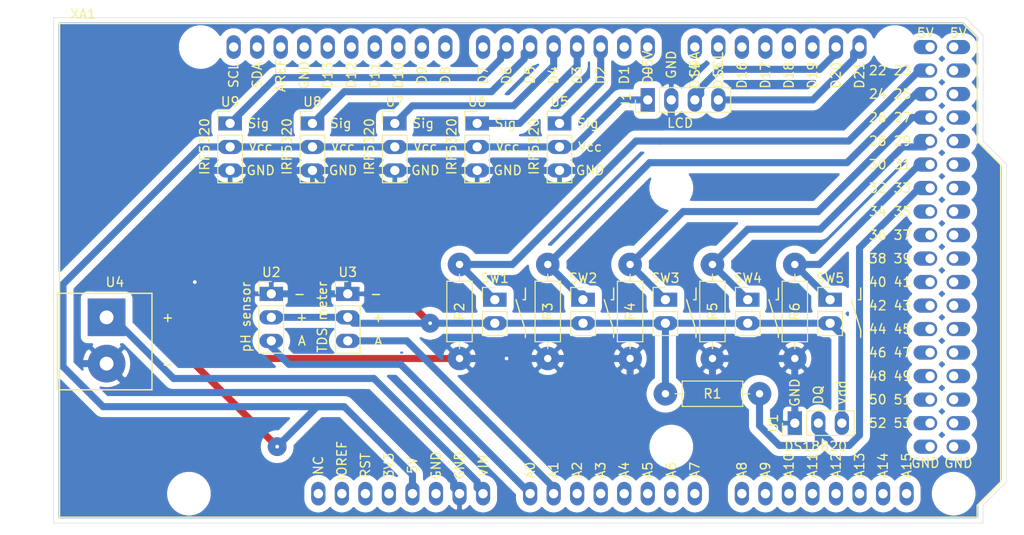
<source format=kicad_pcb>
(kicad_pcb (version 20171130) (host pcbnew 5.1.9-73d0e3b20d~88~ubuntu20.04.1)
  (layers (0 F.Cu signal) (31 B.Cu signal) (34 B.Paste user) (35 F.Paste user) (36 B.SilkS user) (37 F.SilkS user) (38 B.Mask user) (39 F.Mask user) (44 Edge.Cuts user))
  (net 0 "")
  (net 1 "Net-(XA1-Pad99)")
  (net 2 "Net-(XA1-Pad81)")
  (net 3 "Net-(XA1-Pad19)")
  (net 4 "Net-(XA1-Pad20)")
  (net 5 "Net-(XA1-Pad21)")
  (net 6 "Net-(XA1-Pad22)")
  (net 7 "Net-(XA1-Pad35)")
  (net 8 "Net-(XA1-Pad36)")
  (net 9 "Net-(XA1-Pad37)")
  (net 10 "Net-(XA1-Pad38)")
  (net 11 "Net-(XA1-Pad39)")
  (net 12 "Net-(XA1-Pad40)")
  (net 13 "Net-(XA1-Pad41)")
  (net 14 "Net-(XA1-Pad42)")
  (net 15 "Net-(XA1-Pad51)")
  (net 16 "Net-(XA1-Pad52)")
  (net 17 "Net-(XA1-Pad70)")
  (net 18 "Net-(XA1-Pad50)")
  (net 19 "Net-(XA1-Pad53)")
  (net 20 "Net-(XA1-Pad54)")
  (net 21 "Net-(XA1-Pad55)")
  (net 22 "Net-(XA1-Pad56)")
  (net 23 "Net-(XA1-Pad57)")
  (net 24 "Net-(XA1-Pad59)")
  (net 25 "Net-(XA1-Pad71)")
  (net 26 "Net-(XA1-Pad73)")
  (net 27 "Net-(XA1-Pad75)")
  (net 28 "Net-(XA1-Pad77)")
  (net 29 "Net-(XA1-Pad61)")
  (net 30 "Net-(XA1-Pad31)")
  (net 31 "Net-(XA1-Pad82)")
  (net 32 "Net-(XA1-Pad83)")
  (net 33 "Net-(XA1-Pad84)")
  (net 34 "Net-(XA1-Pad85)")
  (net 35 "Net-(XA1-Pad86)")
  (net 36 "Net-(XA1-Pad87)")
  (net 37 "Net-(XA1-Pad88)")
  (net 38 "Net-(XA1-Pad89)")
  (net 39 "Net-(XA1-Pad90)")
  (net 40 "Net-(XA1-Pad91)")
  (net 41 "Net-(XA1-Pad92)")
  (net 42 "Net-(XA1-Pad93)")
  (net 43 "Net-(XA1-Pad94)")
  (net 44 "Net-(XA1-Pad95)")
  (net 45 "Net-(XA1-Pad24)")
  (net 46 "Net-(XA1-Pad25)")
  (net 47 "Net-(XA1-Pad26)")
  (net 48 "Net-(XA1-Pad98)")
  (net 49 "Net-(XA1-PadSDA)")
  (net 50 "Net-(XA1-PadSCL)")
  (net 51 "Net-(XA1-Pad23)")
  (net 52 "Net-(XA1-Pad18)")
  (net 53 "Net-(XA1-Pad17)")
  (net 54 "Net-(XA1-Pad11)")
  (net 55 "Net-(XA1-Pad16)")
  (net 56 "Net-(XA1-Pad3)")
  (net 57 "Net-(XA1-Pad2)")
  (net 58 "Net-(XA1-Pad64)")
  (net 59 "Net-(XA1-Pad63)")
  (net 60 "Net-(XA1-Pad13)")
  (net 61 "Net-(XA1-Pad12)")
  (net 62 "Net-(XA1-Pad46)")
  (net 63 "Net-(XA1-Pad45)")
  (net 64 "Net-(XA1-PadIORF)")
  (net 65 "Net-(XA1-Pad30)")
  (net 66 "Net-(XA1-Pad3V3)")
  (net 67 "Net-(XA1-Pad32)")
  (net 68 "Net-(J1-Pad7)")
  (net 69 "Net-(J1-Pad5)")
  (net 70 GND)
  (net 71 +5V)
  (net 72 "Net-(R1-Pad2)")
  (net 73 "Net-(R2-Pad2)")
  (net 74 "Net-(R3-Pad2)")
  (net 75 "Net-(R4-Pad2)")
  (net 76 "Net-(R5-Pad2)")
  (net 77 "Net-(R6-Pad2)")
  (net 78 +6V)
  (net 79 "Net-(U5-Pad1)")
  (net 80 "Net-(U6-Pad1)")
  (net 81 "Net-(U7-Pad1)")
  (net 82 "Net-(U8-Pad1)")
  (net 83 "Net-(U9-Pad1)")
  (net 84 "Net-(U2-Pad3)")
  (net 85 "Net-(U3-Pad3)")
  (module My_Headers:3-pin_DFRobot_Gravity_TDS-meter_header_large (layer F.Cu) (at 131.445 100.33)
    (fp_text reference U3 (at 0 -2.33) (layer F.SilkS))
    (fp_text value "TDS meter" hide)
    (fp_text user "TDS meter" (at -2.75 2.5 90) (layer F.SilkS))
    (fp_text user A (at 3.302 5.08) (layer F.SilkS))
    (fp_text user + (at 3.302 2.54) (layer F.SilkS))
    (fp_text user - (at 3.048 0) (layer F.SilkS))
    (pad 3 thru_hole oval (at 0 5.08) (size 2.54 1.524) (drill 1) (layers *.Cu *.Mask) (net 85 "Net-(U3-Pad3)"))
    (pad 2 thru_hole oval (at 0 2.54) (size 2.54 1.524) (drill 1) (layers *.Cu *.Mask) (net 71 +5V))
    (pad 1 thru_hole rect (at 0 0) (size 2.54 1.524) (drill 1) (layers *.Cu *.Mask) (net 70 GND))
  )
  (module My_Headers:3-pin_DFRobot_Gravity_pH-sensor_header_large (layer F.Cu) (at 123.19 100.33)
    (fp_text reference U2 (at 0 -2.33) (layer F.SilkS))
    (fp_text value "pH sensor" hide)
    (fp_text user "pH sensor" (at -2.75 2.5 90) (layer F.SilkS))
    (fp_text user A (at 3.302 5.08) (layer F.SilkS))
    (fp_text user + (at 3.302 2.54) (layer F.SilkS))
    (fp_text user - (at 3.048 0) (layer F.SilkS))
    (pad 3 thru_hole oval (at 0 5.08) (size 2.54 1.524) (drill 1) (layers *.Cu *.Mask) (net 84 "Net-(U2-Pad3)"))
    (pad 2 thru_hole oval (at 0 2.54) (size 2.54 1.524) (drill 1) (layers *.Cu *.Mask) (net 71 +5V))
    (pad 1 thru_hole rect (at 0 0) (size 2.54 1.524) (drill 1) (layers *.Cu *.Mask) (net 70 GND))
  )
  (module My_Arduino:Arduino_Mega2560_Shield__no_ICSP_large (layer F.Cu) (at 100.33 124.46)
    (fp_text reference XA1 (at 2.54 -54.356) (layer F.SilkS))
    (fp_text value Arduino_Mega2560)
    (fp_text user NC (at 27.94 -5.588 90) (layer F.SilkS))
    (fp_text user GND (at 97.028 -5.842) (layer F.SilkS))
    (fp_text user GND (at 93.472 -5.842) (layer F.SilkS))
    (fp_text user "52 53" (at 89.662 -10.16) (layer F.SilkS))
    (fp_text user "50 51" (at 89.662 -12.7) (layer F.SilkS))
    (fp_text user "48 49" (at 89.662 -15.24) (layer F.SilkS))
    (fp_text user "46 47" (at 89.662 -17.78) (layer F.SilkS))
    (fp_text user "44 45" (at 89.662 -20.32) (layer F.SilkS))
    (fp_text user "42 43" (at 89.662 -22.86) (layer F.SilkS))
    (fp_text user "40 41" (at 89.662 -25.4) (layer F.SilkS))
    (fp_text user "38 39" (at 89.662 -27.94) (layer F.SilkS))
    (fp_text user "36 37" (at 89.662 -30.48) (layer F.SilkS))
    (fp_text user "34 35" (at 89.662 -33.02) (layer F.SilkS))
    (fp_text user "32 33" (at 89.662 -35.56) (layer F.SilkS))
    (fp_text user "30 31" (at 89.662 -38.1) (layer F.SilkS))
    (fp_text user "28 29" (at 89.662 -40.64) (layer F.SilkS))
    (fp_text user "26 27" (at 89.662 -43.18) (layer F.SilkS))
    (fp_text user "24 25" (at 89.662 -45.72) (layer F.SilkS))
    (fp_text user "22 23" (at 89.662 -48.26) (layer F.SilkS))
    (fp_text user 5V (at 97.028 -52.324) (layer F.SilkS))
    (fp_text user 5V (at 93.472 -52.324) (layer F.SilkS))
    (fp_text user IOREF (at 30.48 -6.096 90) (layer F.SilkS))
    (fp_text user A0 (at 50.8 -5.08 90) (layer F.SilkS))
    (fp_text user 3V3 (at 35.56 -5.588 90) (layer F.SilkS))
    (fp_text user GND (at 43.18 -5.588 90) (layer F.SilkS))
    (fp_text user GND (at 40.64 -5.588 90) (layer F.SilkS))
    (fp_text user VIN (at 45.72 -5.588 90) (layer F.SilkS))
    (fp_text user A1 (at 53.34 -5.08 90) (layer F.SilkS))
    (fp_text user 5V (at 38.1 -5.588 90) (layer F.SilkS))
    (fp_text user A7 (at 68.58 -5.08 90) (layer F.SilkS))
    (fp_text user A8 (at 73.66 -5.08 90) (layer F.SilkS))
    (fp_text user A9 (at 76.2 -5.08 90) (layer F.SilkS))
    (fp_text user RST (at 33.02 -5.588 90) (layer F.SilkS))
    (fp_text user A5 (at 63.5 -5.08 90) (layer F.SilkS))
    (fp_text user A4 (at 60.96 -5.08 90) (layer F.SilkS))
    (fp_text user A2 (at 55.88 -5.08 90) (layer F.SilkS))
    (fp_text user A11 (at 81.28 -5.588 90) (layer F.SilkS))
    (fp_text user A14 (at 88.9 -5.588 90) (layer F.SilkS))
    (fp_text user A15 (at 91.44 -5.588 90) (layer F.SilkS))
    (fp_text user A6 (at 66.04 -5.08 90) (layer F.SilkS))
    (fp_text user A12 (at 83.82 -5.588 90) (layer F.SilkS))
    (fp_text user A13 (at 86.36 -5.588 90) (layer F.SilkS))
    (fp_text user A3 (at 58.42 -5.08 90) (layer F.SilkS))
    (fp_text user A10 (at 78.74 -5.588 90) (layer F.SilkS))
    (fp_text user D21 (at 86.36 -47.752 90) (layer F.SilkS))
    (fp_text user D20 (at 83.82 -47.752 90) (layer F.SilkS))
    (fp_text user D19 (at 81.28 -47.752 90) (layer F.SilkS))
    (fp_text user D18 (at 78.74 -47.752 90) (layer F.SilkS))
    (fp_text user D17 (at 76.2 -47.752 90) (layer F.SilkS))
    (fp_text user D16 (at 73.66 -47.752 90) (layer F.SilkS))
    (fp_text user D15 (at 71.12 -47.752 90) (layer F.SilkS))
    (fp_text user D14 (at 68.58 -47.752 90) (layer F.SilkS))
    (fp_text user D0 (at 63.5 -47.752 90) (layer F.SilkS))
    (fp_text user D1 (at 60.96 -47.752 90) (layer F.SilkS))
    (fp_text user D2 (at 58.42 -47.752 90) (layer F.SilkS))
    (fp_text user D3 (at 55.88 -47.752 90) (layer F.SilkS))
    (fp_text user D4 (at 53.34 -47.752 90) (layer F.SilkS))
    (fp_text user D5 (at 50.8 -47.752 90) (layer F.SilkS))
    (fp_text user D6 (at 48.26 -47.752 90) (layer F.SilkS))
    (fp_text user D7 (at 45.72 -47.752 90) (layer F.SilkS))
    (fp_text user D8 (at 41.656 -47.752 90) (layer F.SilkS))
    (fp_text user D9 (at 39.116 -47.752 90) (layer F.SilkS))
    (fp_text user D10 (at 36.576 -47.752 90) (layer F.SilkS))
    (fp_text user D11 (at 34.036 -47.752 90) (layer F.SilkS))
    (fp_text user D12 (at 31.496 -47.752 90) (layer F.SilkS))
    (fp_text user D13 (at 28.956 -47.752 90) (layer F.SilkS))
    (fp_text user GND (at 26.416 -47.752 90) (layer F.SilkS))
    (fp_text user AREF (at 23.876 -47.752 90) (layer F.SilkS))
    (fp_text user SDA (at 21.336 -47.752 90) (layer F.SilkS))
    (fp_text user SCL (at 18.796 -47.752 90) (layer F.SilkS))
    (pad 99 thru_hole oval (at 96.52 -7.62) (size 2.54 1.524) (drill 1.016 (offset 0.508 0)) (layers *.Cu *.Mask) (net 1 "Net-(XA1-Pad99)"))
    (pad 81 thru_hole oval (at 93.98 -7.62) (size 2.54 1.524) (drill 1.016 (offset -0.508 0)) (layers *.Cu *.Mask) (net 2 "Net-(XA1-Pad81)"))
    (pad 19 thru_hole oval (at 96.52 -10.16) (size 2.54 1.524) (drill 1.016 (offset 0.508 0)) (layers *.Cu *.Mask) (net 3 "Net-(XA1-Pad19)"))
    (pad 20 thru_hole oval (at 93.98 -10.16) (size 2.54 1.524) (drill 1.016 (offset -0.508 0)) (layers *.Cu *.Mask) (net 4 "Net-(XA1-Pad20)"))
    (pad 21 thru_hole oval (at 96.52 -12.7) (size 2.54 1.524) (drill 1.016 (offset 0.508 0)) (layers *.Cu *.Mask) (net 5 "Net-(XA1-Pad21)"))
    (pad 22 thru_hole oval (at 93.98 -12.7) (size 2.54 1.524) (drill 1.016 (offset -0.508 0)) (layers *.Cu *.Mask) (net 6 "Net-(XA1-Pad22)"))
    (pad 35 thru_hole oval (at 96.52 -15.24) (size 2.54 1.524) (drill 1.016 (offset 0.508 0)) (layers *.Cu *.Mask) (net 7 "Net-(XA1-Pad35)"))
    (pad 36 thru_hole oval (at 93.98 -15.24) (size 2.54 1.524) (drill 1.016 (offset -0.508 0)) (layers *.Cu *.Mask) (net 8 "Net-(XA1-Pad36)"))
    (pad 37 thru_hole oval (at 96.52 -17.78) (size 2.54 1.524) (drill 1.016 (offset 0.508 0)) (layers *.Cu *.Mask) (net 9 "Net-(XA1-Pad37)"))
    (pad 38 thru_hole oval (at 93.98 -17.78) (size 2.54 1.524) (drill 1.016 (offset -0.508 0)) (layers *.Cu *.Mask) (net 10 "Net-(XA1-Pad38)"))
    (pad 39 thru_hole oval (at 96.52 -20.32) (size 2.54 1.524) (drill 1.016 (offset 0.508 0)) (layers *.Cu *.Mask) (net 11 "Net-(XA1-Pad39)"))
    (pad 40 thru_hole oval (at 93.98 -20.32) (size 2.54 1.524) (drill 1.016 (offset -0.508 0)) (layers *.Cu *.Mask) (net 12 "Net-(XA1-Pad40)"))
    (pad 41 thru_hole oval (at 96.52 -22.86) (size 2.54 1.524) (drill 1.016 (offset 0.508 0)) (layers *.Cu *.Mask) (net 13 "Net-(XA1-Pad41)"))
    (pad 42 thru_hole oval (at 93.98 -22.86) (size 2.54 1.524) (drill 1.016 (offset -0.508 0)) (layers *.Cu *.Mask) (net 14 "Net-(XA1-Pad42)"))
    (pad 51 thru_hole oval (at 96.52 -25.4) (size 2.54 1.524) (drill 1.016 (offset 0.508 0)) (layers *.Cu *.Mask) (net 15 "Net-(XA1-Pad51)"))
    (pad 52 thru_hole oval (at 93.98 -25.4) (size 2.54 1.524) (drill 1.016 (offset -0.508 0)) (layers *.Cu *.Mask) (net 16 "Net-(XA1-Pad52)"))
    (pad 70 thru_hole oval (at 96.52 -27.94) (size 2.54 1.524) (drill 1.016 (offset 0.508 0)) (layers *.Cu *.Mask) (net 17 "Net-(XA1-Pad70)"))
    (pad 50 thru_hole oval (at 93.98 -27.94) (size 2.54 1.524) (drill 1.016 (offset -0.508 0)) (layers *.Cu *.Mask) (net 18 "Net-(XA1-Pad50)"))
    (pad 53 thru_hole oval (at 96.52 -30.48) (size 2.54 1.524) (drill 1.016 (offset 0.508 0)) (layers *.Cu *.Mask) (net 19 "Net-(XA1-Pad53)"))
    (pad 54 thru_hole oval (at 93.98 -30.48) (size 2.54 1.524) (drill 1.016 (offset -0.508 0)) (layers *.Cu *.Mask) (net 20 "Net-(XA1-Pad54)"))
    (pad 55 thru_hole oval (at 96.52 -33.02) (size 2.54 1.524) (drill 1.016 (offset 0.508 0)) (layers *.Cu *.Mask) (net 21 "Net-(XA1-Pad55)"))
    (pad 56 thru_hole oval (at 93.98 -33.02) (size 2.54 1.524) (drill 1.016 (offset -0.508 0)) (layers *.Cu *.Mask) (net 22 "Net-(XA1-Pad56)"))
    (pad 57 thru_hole oval (at 96.52 -35.56) (size 2.54 1.524) (drill 1.016 (offset 0.508 0)) (layers *.Cu *.Mask) (net 23 "Net-(XA1-Pad57)"))
    (pad 58 thru_hole oval (at 93.98 -35.56) (size 2.54 1.524) (drill 1.016 (offset -0.508 0)) (layers *.Cu *.Mask) (net 72 "Net-(R1-Pad2)"))
    (pad 59 thru_hole oval (at 96.52 -38.1) (size 2.54 1.524) (drill 1.016 (offset 0.508 0)) (layers *.Cu *.Mask) (net 24 "Net-(XA1-Pad59)"))
    (pad 60 thru_hole oval (at 93.98 -38.1) (size 2.54 1.524) (drill 1.016 (offset -0.508 0)) (layers *.Cu *.Mask) (net 77 "Net-(R6-Pad2)"))
    (pad 71 thru_hole oval (at 96.52 -40.64) (size 2.54 1.524) (drill 1.016 (offset 0.508 0)) (layers *.Cu *.Mask) (net 25 "Net-(XA1-Pad71)"))
    (pad 72 thru_hole oval (at 93.98 -40.64) (size 2.54 1.524) (drill 1.016 (offset -0.508 0)) (layers *.Cu *.Mask) (net 76 "Net-(R5-Pad2)"))
    (pad 73 thru_hole oval (at 96.52 -43.18) (size 2.54 1.524) (drill 1.016 (offset 0.508 0)) (layers *.Cu *.Mask) (net 26 "Net-(XA1-Pad73)"))
    (pad 74 thru_hole oval (at 93.98 -43.18) (size 2.54 1.524) (drill 1.016 (offset -0.508 0)) (layers *.Cu *.Mask) (net 75 "Net-(R4-Pad2)"))
    (pad 75 thru_hole oval (at 96.52 -45.72) (size 2.54 1.524) (drill 1.016 (offset 0.508 0)) (layers *.Cu *.Mask) (net 27 "Net-(XA1-Pad75)"))
    (pad 76 thru_hole oval (at 93.98 -45.72) (size 2.54 1.524) (drill 1.016 (offset -0.508 0)) (layers *.Cu *.Mask) (net 74 "Net-(R3-Pad2)"))
    (pad 77 thru_hole oval (at 96.52 -48.26) (size 2.54 1.524) (drill 1.016 (offset 0.508 0)) (layers *.Cu *.Mask) (net 28 "Net-(XA1-Pad77)"))
    (pad 78 thru_hole oval (at 93.98 -48.26) (size 2.54 1.524) (drill 1.016 (offset -0.508 0)) (layers *.Cu *.Mask) (net 73 "Net-(R2-Pad2)"))
    (pad 61 thru_hole oval (at 96.52 -50.8) (size 2.54 1.524) (drill 1.016 (offset 0.508 0)) (layers *.Cu *.Mask) (net 29 "Net-(XA1-Pad61)"))
    (pad 31 thru_hole oval (at 93.98 -50.8) (size 2.54 1.524) (drill 1.016 (offset -0.508 0)) (layers *.Cu *.Mask) (net 30 "Net-(XA1-Pad31)"))
    (pad 82 thru_hole oval (at 91.44 -2.54) (size 1.524 2.54) (drill 1.016) (layers *.Cu *.Mask) (net 31 "Net-(XA1-Pad82)"))
    (pad 83 thru_hole oval (at 88.9 -2.54) (size 1.524 2.54) (drill 1.016) (layers *.Cu *.Mask) (net 32 "Net-(XA1-Pad83)"))
    (pad 84 thru_hole oval (at 86.36 -2.54) (size 1.524 2.54) (drill 1.016) (layers *.Cu *.Mask) (net 33 "Net-(XA1-Pad84)"))
    (pad 85 thru_hole oval (at 83.82 -2.54) (size 1.524 2.54) (drill 1.016) (layers *.Cu *.Mask) (net 34 "Net-(XA1-Pad85)"))
    (pad 86 thru_hole oval (at 81.28 -2.54) (size 1.524 2.54) (drill 1.016) (layers *.Cu *.Mask) (net 35 "Net-(XA1-Pad86)"))
    (pad 87 thru_hole oval (at 78.74 -2.54) (size 1.524 2.54) (drill 1.016) (layers *.Cu *.Mask) (net 36 "Net-(XA1-Pad87)"))
    (pad 88 thru_hole oval (at 76.2 -2.54) (size 1.524 2.54) (drill 1.016) (layers *.Cu *.Mask) (net 37 "Net-(XA1-Pad88)"))
    (pad 89 thru_hole oval (at 73.66 -2.54) (size 1.524 2.54) (drill 1.016) (layers *.Cu *.Mask) (net 38 "Net-(XA1-Pad89)"))
    (pad 90 thru_hole oval (at 68.58 -2.54) (size 1.524 2.54) (drill 1.016) (layers *.Cu *.Mask) (net 39 "Net-(XA1-Pad90)"))
    (pad 91 thru_hole oval (at 66.04 -2.54) (size 1.524 2.54) (drill 1.016) (layers *.Cu *.Mask) (net 40 "Net-(XA1-Pad91)"))
    (pad 92 thru_hole oval (at 63.5 -2.54) (size 1.524 2.54) (drill 1.016) (layers *.Cu *.Mask) (net 41 "Net-(XA1-Pad92)"))
    (pad 93 thru_hole oval (at 60.96 -2.54) (size 1.524 2.54) (drill 1.016) (layers *.Cu *.Mask) (net 42 "Net-(XA1-Pad93)"))
    (pad 94 thru_hole oval (at 58.42 -2.54) (size 1.524 2.54) (drill 1.016) (layers *.Cu *.Mask) (net 43 "Net-(XA1-Pad94)"))
    (pad 95 thru_hole oval (at 55.88 -2.54) (size 1.524 2.54) (drill 1.016) (layers *.Cu *.Mask) (net 44 "Net-(XA1-Pad95)"))
    (pad 96 thru_hole oval (at 53.34 -2.54) (size 1.524 2.54) (drill 1.016) (layers *.Cu *.Mask) (net 85 "Net-(U3-Pad3)"))
    (pad NC thru_hole oval (at 27.94 -2.54) (size 1.524 2.54) (drill 1.016) (layers *.Cu *.Mask))
    (pad 24 thru_hole oval (at 34.036 -50.8) (size 1.524 2.54) (drill 1.016) (layers *.Cu *.Mask) (net 45 "Net-(XA1-Pad24)"))
    (pad 25 thru_hole oval (at 31.496 -50.8) (size 1.524 2.54) (drill 1.016) (layers *.Cu *.Mask) (net 46 "Net-(XA1-Pad25)"))
    (pad 26 thru_hole oval (at 28.956 -50.8) (size 1.524 2.54) (drill 1.016) (layers *.Cu *.Mask) (net 47 "Net-(XA1-Pad26)"))
    (pad 98 thru_hole oval (at 23.876 -50.8) (size 1.524 2.54) (drill 1.016) (layers *.Cu *.Mask) (net 48 "Net-(XA1-Pad98)"))
    (pad SDA thru_hole oval (at 21.336 -50.8) (size 1.524 2.54) (drill 1.016) (layers *.Cu *.Mask) (net 49 "Net-(XA1-PadSDA)"))
    (pad SCL thru_hole oval (at 18.796 -50.8) (size 1.524 2.54) (drill 1.016) (layers *.Cu *.Mask) (net 50 "Net-(XA1-PadSCL)"))
    (pad "" np_thru_hole circle (at 13.97 -2.54) (size 3.2 3.2) (drill 3.2) (layers *.Cu *.Mask))
    (pad "" np_thru_hole circle (at 96.52 -2.54) (size 3.2 3.2) (drill 3.2) (layers *.Cu *.Mask))
    (pad "" np_thru_hole circle (at 15.24 -50.8) (size 3.2 3.2) (drill 3.2) (layers *.Cu *.Mask))
    (pad "" np_thru_hole circle (at 90.17 -50.8) (size 3.2 3.2) (drill 3.2) (layers *.Cu *.Mask))
    (pad "" np_thru_hole circle (at 66.04 -35.56) (size 3.2 3.2) (drill 3.2) (layers *.Cu *.Mask))
    (pad "" np_thru_hole circle (at 66.04 -7.62) (size 3.2 3.2) (drill 3.2) (layers *.Cu *.Mask))
    (pad 23 thru_hole oval (at 36.576 -50.8) (size 1.524 2.54) (drill 1.016) (layers *.Cu *.Mask) (net 51 "Net-(XA1-Pad23)"))
    (pad 18 thru_hole oval (at 39.116 -50.8) (size 1.524 2.54) (drill 1.016) (layers *.Cu *.Mask) (net 52 "Net-(XA1-Pad18)"))
    (pad 17 thru_hole oval (at 41.656 -50.8) (size 1.524 2.54) (drill 1.016) (layers *.Cu *.Mask) (net 53 "Net-(XA1-Pad17)"))
    (pad 11 thru_hole oval (at 26.416 -50.8) (size 1.524 2.54) (drill 1.016) (layers *.Cu *.Mask) (net 54 "Net-(XA1-Pad11)"))
    (pad 16 thru_hole oval (at 45.72 -50.8) (size 1.524 2.54) (drill 1.016) (layers *.Cu *.Mask) (net 55 "Net-(XA1-Pad16)"))
    (pad 15 thru_hole oval (at 48.26 -50.8) (size 1.524 2.54) (drill 1.016) (layers *.Cu *.Mask) (net 83 "Net-(U9-Pad1)"))
    (pad 5 thru_hole oval (at 50.8 -50.8) (size 1.524 2.54) (drill 1.016) (layers *.Cu *.Mask) (net 82 "Net-(U8-Pad1)"))
    (pad 1 thru_hole oval (at 53.34 -50.8) (size 1.524 2.54) (drill 1.016) (layers *.Cu *.Mask) (net 81 "Net-(U7-Pad1)"))
    (pad 7 thru_hole oval (at 55.88 -50.8) (size 1.524 2.54) (drill 1.016) (layers *.Cu *.Mask) (net 80 "Net-(U6-Pad1)"))
    (pad 6 thru_hole oval (at 58.42 -50.8) (size 1.524 2.54) (drill 1.016) (layers *.Cu *.Mask) (net 79 "Net-(U5-Pad1)"))
    (pad 3 thru_hole oval (at 60.96 -50.8) (size 1.524 2.54) (drill 1.016) (layers *.Cu *.Mask) (net 56 "Net-(XA1-Pad3)"))
    (pad 2 thru_hole oval (at 63.5 -50.8) (size 1.524 2.54) (drill 1.016) (layers *.Cu *.Mask) (net 57 "Net-(XA1-Pad2)"))
    (pad 64 thru_hole oval (at 68.58 -50.8) (size 1.524 2.54) (drill 1.016) (layers *.Cu *.Mask) (net 58 "Net-(XA1-Pad64)"))
    (pad 63 thru_hole oval (at 71.12 -50.8) (size 1.524 2.54) (drill 1.016) (layers *.Cu *.Mask) (net 59 "Net-(XA1-Pad63)"))
    (pad 13 thru_hole oval (at 73.66 -50.8) (size 1.524 2.54) (drill 1.016) (layers *.Cu *.Mask) (net 60 "Net-(XA1-Pad13)"))
    (pad 12 thru_hole oval (at 76.2 -50.8) (size 1.524 2.54) (drill 1.016) (layers *.Cu *.Mask) (net 61 "Net-(XA1-Pad12)"))
    (pad 46 thru_hole oval (at 78.74 -50.8) (size 1.524 2.54) (drill 1.016) (layers *.Cu *.Mask) (net 62 "Net-(XA1-Pad46)"))
    (pad 45 thru_hole oval (at 81.28 -50.8) (size 1.524 2.54) (drill 1.016) (layers *.Cu *.Mask) (net 63 "Net-(XA1-Pad45)"))
    (pad 44 thru_hole oval (at 83.82 -50.8) (size 1.524 2.54) (drill 1.016) (layers *.Cu *.Mask) (net 69 "Net-(J1-Pad5)"))
    (pad 43 thru_hole oval (at 86.36 -50.8) (size 1.524 2.54) (drill 1.016) (layers *.Cu *.Mask) (net 68 "Net-(J1-Pad7)"))
    (pad IORF thru_hole oval (at 30.48 -2.54) (size 1.524 2.54) (drill 1.016) (layers *.Cu *.Mask) (net 64 "Net-(XA1-PadIORF)"))
    (pad 30 thru_hole oval (at 33.02 -2.54) (size 1.524 2.54) (drill 1.016) (layers *.Cu *.Mask) (net 65 "Net-(XA1-Pad30)"))
    (pad 3V3 thru_hole oval (at 35.56 -2.54) (size 1.524 2.54) (drill 1.016) (layers *.Cu *.Mask) (net 66 "Net-(XA1-Pad3V3)"))
    (pad 10 thru_hole oval (at 38.1 -2.54) (size 1.524 2.54) (drill 1.016) (layers *.Cu *.Mask) (net 71 +5V))
    (pad 32 thru_hole oval (at 40.64 -2.54) (size 1.524 2.54) (drill 1.016) (layers *.Cu *.Mask) (net 67 "Net-(XA1-Pad32)"))
    (pad 62 thru_hole oval (at 43.18 -2.54) (size 1.524 2.54) (drill 1.016) (layers *.Cu *.Mask) (net 70 GND))
    (pad 100 thru_hole oval (at 45.72 -2.54) (size 1.524 2.54) (drill 1.016) (layers *.Cu *.Mask) (net 78 +6V))
    (pad 97 thru_hole oval (at 50.8 -2.54) (size 1.524 2.54) (drill 1.016) (layers *.Cu *.Mask) (net 84 "Net-(U2-Pad3)"))
  )
  (module My_Headers:3-pin_IRF520_MOSFET_module_header_large (layer F.Cu) (at 118.745 81.915)
    (fp_text reference U9 (at 0 -2.33) (layer F.SilkS))
    (fp_text value stirrer hide)
    (fp_text user IRF5320 (at -2.75 2.5 90) (layer F.SilkS))
    (fp_text user GND (at 3.302 5.08) (layer F.SilkS))
    (fp_text user Vcc (at 3.302 2.54) (layer F.SilkS))
    (fp_text user Sig (at 3.048 0) (layer F.SilkS))
    (pad 3 thru_hole oval (at 0 5.08) (size 2.54 1.524) (drill 1) (layers *.Cu *.Mask) (net 70 GND))
    (pad 2 thru_hole oval (at 0 2.54) (size 2.54 1.524) (drill 1) (layers *.Cu *.Mask) (net 71 +5V))
    (pad 1 thru_hole rect (at 0 0) (size 2.54 1.524) (drill 1) (layers *.Cu *.Mask) (net 83 "Net-(U9-Pad1)"))
  )
  (module My_Headers:3-pin_IRF520_MOSFET_module_header_large (layer F.Cu) (at 127.635 81.915)
    (fp_text reference U8 (at 0 -2.33) (layer F.SilkS))
    (fp_text value "nutr B pump" hide)
    (fp_text user IRF5320 (at -2.75 2.5 90) (layer F.SilkS))
    (fp_text user GND (at 3.302 5.08) (layer F.SilkS))
    (fp_text user Vcc (at 3.302 2.54) (layer F.SilkS))
    (fp_text user Sig (at 3.048 0) (layer F.SilkS))
    (pad 3 thru_hole oval (at 0 5.08) (size 2.54 1.524) (drill 1) (layers *.Cu *.Mask) (net 70 GND))
    (pad 2 thru_hole oval (at 0 2.54) (size 2.54 1.524) (drill 1) (layers *.Cu *.Mask) (net 71 +5V))
    (pad 1 thru_hole rect (at 0 0) (size 2.54 1.524) (drill 1) (layers *.Cu *.Mask) (net 82 "Net-(U8-Pad1)"))
  )
  (module My_Headers:3-pin_IRF520_MOSFET_module_header_large (layer F.Cu) (at 136.525 81.915)
    (fp_text reference U7 (at 0 -2.33) (layer F.SilkS))
    (fp_text value "nutr A pump" hide)
    (fp_text user IRF5320 (at -2.75 2.5 90) (layer F.SilkS))
    (fp_text user GND (at 3.302 5.08) (layer F.SilkS))
    (fp_text user Vcc (at 3.302 2.54) (layer F.SilkS))
    (fp_text user Sig (at 3.048 0) (layer F.SilkS))
    (pad 3 thru_hole oval (at 0 5.08) (size 2.54 1.524) (drill 1) (layers *.Cu *.Mask) (net 70 GND))
    (pad 2 thru_hole oval (at 0 2.54) (size 2.54 1.524) (drill 1) (layers *.Cu *.Mask) (net 71 +5V))
    (pad 1 thru_hole rect (at 0 0) (size 2.54 1.524) (drill 1) (layers *.Cu *.Mask) (net 81 "Net-(U7-Pad1)"))
  )
  (module My_Headers:3-pin_IRF520_MOSFET_module_header_large (layer F.Cu) (at 145.415 81.915)
    (fp_text reference U6 (at 0 -2.33) (layer F.SilkS))
    (fp_text value "pH- pump" hide)
    (fp_text user IRF5320 (at -2.75 2.5 90) (layer F.SilkS))
    (fp_text user GND (at 3.302 5.08) (layer F.SilkS))
    (fp_text user Vcc (at 3.302 2.54) (layer F.SilkS))
    (fp_text user Sig (at 3.048 0) (layer F.SilkS))
    (pad 3 thru_hole oval (at 0 5.08) (size 2.54 1.524) (drill 1) (layers *.Cu *.Mask) (net 70 GND))
    (pad 2 thru_hole oval (at 0 2.54) (size 2.54 1.524) (drill 1) (layers *.Cu *.Mask) (net 71 +5V))
    (pad 1 thru_hole rect (at 0 0) (size 2.54 1.524) (drill 1) (layers *.Cu *.Mask) (net 80 "Net-(U6-Pad1)"))
  )
  (module My_Headers:3-pin_IRF520_MOSFET_module_header_large (layer F.Cu) (at 154.305 81.915)
    (fp_text reference U5 (at 0 -2.33) (layer F.SilkS))
    (fp_text value "pH+ pump" hide)
    (fp_text user IRF5320 (at -2.75 2.5 90) (layer F.SilkS))
    (fp_text user GND (at 3.302 5.08) (layer F.SilkS))
    (fp_text user Vcc (at 3.302 2.54) (layer F.SilkS))
    (fp_text user Sig (at 3.048 0) (layer F.SilkS))
    (pad 3 thru_hole oval (at 0 5.08) (size 2.54 1.524) (drill 1) (layers *.Cu *.Mask) (net 70 GND))
    (pad 2 thru_hole oval (at 0 2.54) (size 2.54 1.524) (drill 1) (layers *.Cu *.Mask) (net 71 +5V))
    (pad 1 thru_hole rect (at 0 0) (size 2.54 1.524) (drill 1) (layers *.Cu *.Mask) (net 79 "Net-(U5-Pad1)"))
  )
  (module My_Parts:2-pole_power_in_screw_terminal (layer F.Cu) (at 105.41 102.87)
    (fp_text reference U4 (at 0.9 -3.8) (layer F.SilkS))
    (fp_text value "Power in" hide)
    (fp_text user + (at 6.604 0) (layer F.SilkS))
    (fp_text user - (at 6.604 5.08) (layer F.SilkS))
    (pad 1 thru_hole rect (at 0 0) (size 4.064 4.064) (drill 1.5) (layers *.Cu *.Mask) (net 78 +6V))
    (pad 2 thru_hole circle (at 0 5) (size 4.064 4.064) (drill 1.5) (layers *.Cu *.Mask) (net 70 GND))
  )
  (module My_Headers:2-pin_NO_switch_header_larger_pads (layer F.Cu) (at 183.515 100.965)
    (fp_text reference SW5 (at 0 -2.33) (layer F.SilkS))
    (fp_text value SW_Push hide)
    (pad 2 thru_hole oval (at 0 2.54) (size 2.54 1.524) (drill 1) (layers *.Cu *.Mask) (net 71 +5V))
    (pad 1 thru_hole rect (at 0 0) (size 2.54 1.524) (drill 1) (layers *.Cu *.Mask) (net 77 "Net-(R6-Pad2)"))
  )
  (module My_Headers:2-pin_NO_switch_header_larger_pads (layer F.Cu) (at 174.625 100.965)
    (fp_text reference SW4 (at 0 -2.33) (layer F.SilkS))
    (fp_text value SW_Push hide)
    (pad 2 thru_hole oval (at 0 2.54) (size 2.54 1.524) (drill 1) (layers *.Cu *.Mask) (net 71 +5V))
    (pad 1 thru_hole rect (at 0 0) (size 2.54 1.524) (drill 1) (layers *.Cu *.Mask) (net 76 "Net-(R5-Pad2)"))
  )
  (module My_Headers:2-pin_NO_switch_header_larger_pads (layer F.Cu) (at 165.735 100.965)
    (fp_text reference SW3 (at 0 -2.33) (layer F.SilkS))
    (fp_text value SW_Push hide)
    (pad 2 thru_hole oval (at 0 2.54) (size 2.54 1.524) (drill 1) (layers *.Cu *.Mask) (net 71 +5V))
    (pad 1 thru_hole rect (at 0 0) (size 2.54 1.524) (drill 1) (layers *.Cu *.Mask) (net 75 "Net-(R4-Pad2)"))
  )
  (module My_Headers:2-pin_NO_switch_header_larger_pads (layer F.Cu) (at 156.845 100.965)
    (fp_text reference SW2 (at 0 -2.33) (layer F.SilkS))
    (fp_text value SW_Push hide)
    (pad 2 thru_hole oval (at 0 2.54) (size 2.54 1.524) (drill 1) (layers *.Cu *.Mask) (net 71 +5V))
    (pad 1 thru_hole rect (at 0 0) (size 2.54 1.524) (drill 1) (layers *.Cu *.Mask) (net 74 "Net-(R3-Pad2)"))
  )
  (module My_Headers:2-pin_NO_switch_header_larger_pads (layer F.Cu) (at 147.32 100.965)
    (fp_text reference SW1 (at 0 -2.33) (layer F.SilkS))
    (fp_text value SW_Push hide)
    (pad 2 thru_hole oval (at 0 2.54) (size 2.54 1.524) (drill 1) (layers *.Cu *.Mask) (net 71 +5V))
    (pad 1 thru_hole rect (at 0 0) (size 2.54 1.524) (drill 1) (layers *.Cu *.Mask) (net 73 "Net-(R2-Pad2)"))
  )
  (module My_Misc:R_Axial_DIN0207_L6.3mm_D2.5mm_P10.16mm_Horizontal_larger_pads (layer F.Cu) (at 179.705 107.315 90)
    (fp_text reference R6 (at 5.08 0 90) (layer F.SilkS))
    (fp_text value 10k hide)
    (pad 2 thru_hole circle (at 10.16 0 90) (size 2.54 2.54) (drill 0.8) (layers *.Cu *.Mask) (net 77 "Net-(R6-Pad2)"))
    (pad 1 thru_hole circle (at 0 0 90) (size 2.54 2.54) (drill 0.8) (layers *.Cu *.Mask) (net 70 GND))
  )
  (module My_Misc:R_Axial_DIN0207_L6.3mm_D2.5mm_P10.16mm_Horizontal_larger_pads (layer F.Cu) (at 170.815 107.315 90)
    (fp_text reference R5 (at 5.08 0 90) (layer F.SilkS))
    (fp_text value 10k hide)
    (pad 2 thru_hole circle (at 10.16 0 90) (size 2.54 2.54) (drill 0.8) (layers *.Cu *.Mask) (net 76 "Net-(R5-Pad2)"))
    (pad 1 thru_hole circle (at 0 0 90) (size 2.54 2.54) (drill 0.8) (layers *.Cu *.Mask) (net 70 GND))
  )
  (module My_Misc:R_Axial_DIN0207_L6.3mm_D2.5mm_P10.16mm_Horizontal_larger_pads (layer F.Cu) (at 161.925 107.315 90)
    (fp_text reference R4 (at 5.08 0 90) (layer F.SilkS))
    (fp_text value 10k hide)
    (pad 2 thru_hole circle (at 10.16 0 90) (size 2.54 2.54) (drill 0.8) (layers *.Cu *.Mask) (net 75 "Net-(R4-Pad2)"))
    (pad 1 thru_hole circle (at 0 0 90) (size 2.54 2.54) (drill 0.8) (layers *.Cu *.Mask) (net 70 GND))
  )
  (module My_Misc:R_Axial_DIN0207_L6.3mm_D2.5mm_P10.16mm_Horizontal_larger_pads (layer F.Cu) (at 153.035 107.315 90)
    (fp_text reference R3 (at 5.08 0 90) (layer F.SilkS))
    (fp_text value 10k hide)
    (pad 2 thru_hole circle (at 10.16 0 90) (size 2.54 2.54) (drill 0.8) (layers *.Cu *.Mask) (net 74 "Net-(R3-Pad2)"))
    (pad 1 thru_hole circle (at 0 0 90) (size 2.54 2.54) (drill 0.8) (layers *.Cu *.Mask) (net 70 GND))
  )
  (module My_Misc:R_Axial_DIN0207_L6.3mm_D2.5mm_P10.16mm_Horizontal_larger_pads (layer F.Cu) (at 143.51 107.315 90)
    (fp_text reference R2 (at 5.08 0 90) (layer F.SilkS))
    (fp_text value 10k hide)
    (pad 2 thru_hole circle (at 10.16 0 90) (size 2.54 2.54) (drill 0.8) (layers *.Cu *.Mask) (net 73 "Net-(R2-Pad2)"))
    (pad 1 thru_hole circle (at 0 0 90) (size 2.54 2.54) (drill 0.8) (layers *.Cu *.Mask) (net 70 GND))
  )
  (module My_Misc:R_Axial_DIN0207_L6.3mm_D2.5mm_P10.16mm_Horizontal_larger_pads (layer F.Cu) (at 165.735 111.125)
    (fp_text reference R1 (at 5.08 0) (layer F.SilkS))
    (fp_text value 4.7k hide)
    (pad 2 thru_hole circle (at 10.16 0) (size 2.54 2.54) (drill 0.8) (layers *.Cu *.Mask) (net 72 "Net-(R1-Pad2)"))
    (pad 1 thru_hole circle (at 0 0) (size 2.54 2.54) (drill 0.8) (layers *.Cu *.Mask) (net 71 +5V))
  )
  (module My_Headers:4-pin_I2C_LCD_header_larger (layer F.Cu) (at 163.83 79.375 90)
    (fp_text reference J1 (at 0 -2.33 90) (layer F.SilkS))
    (fp_text value "LCD display" hide)
    (fp_text user LCD (at -2.5 3.5) (layer F.SilkS))
    (fp_text user SCL (at 3.81 7.62 90) (layer F.SilkS))
    (fp_text user SDA (at 3.81 5.08 90) (layer F.SilkS))
    (fp_text user GND (at 3.81 2.54 90) (layer F.SilkS))
    (fp_text user +5V (at 3.81 0 90) (layer F.SilkS))
    (pad 7 thru_hole oval (at 0 7.62 90) (size 2.54 1.524) (drill 1) (layers *.Cu *.Mask) (net 68 "Net-(J1-Pad7)"))
    (pad 5 thru_hole oval (at 0 5.08 90) (size 2.54 1.524) (drill 1) (layers *.Cu *.Mask) (net 69 "Net-(J1-Pad5)"))
    (pad 3 thru_hole oval (at 0 2.54 90) (size 2.54 1.524) (drill 1) (layers *.Cu *.Mask) (net 70 GND))
    (pad 1 thru_hole rect (at 0 0 90) (size 2.54 1.524) (drill 1) (layers *.Cu *.Mask) (net 71 +5V))
  )
  (module My_Headers:3_pin_Dallas_1-wire_header_larger_pads (layer F.Cu) (at 179.705 114.3 90)
    (fp_text reference U1 (at 0 -2.33 90) (layer F.SilkS))
    (fp_text value DS18B20 hide)
    (fp_text user DS18B20 (at -2.5 2.25) (layer F.SilkS))
    (fp_text user Vdd (at 3.302 5.08 90) (layer F.SilkS))
    (fp_text user DQ (at 3.048 2.54 90) (layer F.SilkS))
    (fp_text user GND (at 3.302 0 90) (layer F.SilkS))
    (pad 3 thru_hole oval (at 0 5.08 90) (size 2.54 1.524) (drill 1) (layers *.Cu *.Mask) (net 71 +5V))
    (pad 2 thru_hole oval (at 0 2.54 90) (size 2.54 1.524) (drill 1) (layers *.Cu *.Mask) (net 72 "Net-(R1-Pad2)"))
    (pad 1 thru_hole rect (at 0 0 90) (size 2.54 1.524) (drill 1) (layers *.Cu *.Mask) (net 70 GND))
  )
  (gr_line (start 99.695 70.485) (end 99.695 125.095) (layer Edge.Cuts) (width 0.05))
  (gr_line (start 198.12 70.485) (end 99.695 70.485) (layer Edge.Cuts) (width 0.05))
  (gr_line (start 200.025 72.39) (end 198.12 70.485) (layer Edge.Cuts) (width 0.05))
  (gr_line (start 200.025 73.025) (end 200.025 72.39) (layer Edge.Cuts) (width 0.05))
  (gr_line (start 200.025 83.82) (end 200.025 73.025) (layer Edge.Cuts) (width 0.05))
  (gr_line (start 202.565 86.36) (end 200.025 83.82) (layer Edge.Cuts) (width 0.05))
  (gr_line (start 202.565 120.65) (end 202.565 86.36) (layer Edge.Cuts) (width 0.05))
  (gr_line (start 200.025 123.19) (end 202.565 120.65) (layer Edge.Cuts) (width 0.05))
  (gr_line (start 200.025 125.095) (end 200.025 123.19) (layer Edge.Cuts) (width 0.05))
  (gr_line (start 99.695 125.095) (end 200.025 125.095) (layer Edge.Cuts) (width 0.05))
  (segment (start 181.63709 79.375) (end 171.45 79.375) (width 0.762) (layer B.Cu) (net 68))
  (segment (start 186.69 73.66) (end 186.05501 74.29499) (width 0.762) (layer B.Cu) (net 68))
  (segment (start 186.05501 74.95708) (end 181.63709 79.375) (width 0.762) (layer B.Cu) (net 68))
  (segment (start 186.05501 74.29499) (end 186.05501 74.95708) (width 0.762) (layer B.Cu) (net 68))
  (segment (start 184.15 74.32209) (end 184.15 73.66) (width 0.762) (layer B.Cu) (net 69))
  (segment (start 168.91 79.375) (end 169.54499 78.74001) (width 0.762) (layer B.Cu) (net 69))
  (segment (start 169.54499 78.74001) (end 169.54499 78.07792) (width 0.762) (layer B.Cu) (net 69))
  (segment (start 169.54499 78.07792) (end 171.5499 76.07301) (width 0.762) (layer B.Cu) (net 69))
  (segment (start 171.5499 76.07301) (end 182.39908 76.07301) (width 0.762) (layer B.Cu) (net 69))
  (segment (start 182.39908 76.07301) (end 184.15 74.32209) (width 0.762) (layer B.Cu) (net 69))
  (segment (start 148.59 107.315) (end 143.51 107.315) (width 0.762) (layer B.Cu) (net 70))
  (segment (start 114.935 99.06) (end 114.935 99.06) (width 0.762) (layer B.Cu) (net 70))
  (segment (start 109.969299 94.094299) (end 114.935 99.06) (width 0.762) (layer B.Cu) (net 70))
  (segment (start 109.969299 92.189299) (end 115.163598 86.995) (width 0.762) (layer B.Cu) (net 70))
  (segment (start 102.234999 99.923599) (end 109.969299 92.189299) (width 0.762) (layer B.Cu) (net 70))
  (segment (start 109.969299 92.189299) (end 109.969299 94.094299) (width 0.762) (layer B.Cu) (net 70))
  (segment (start 115.163598 86.995) (end 118.745 86.995) (width 0.762) (layer B.Cu) (net 70))
  (segment (start 105.41 107.87) (end 102.536319 107.87) (width 0.762) (layer B.Cu) (net 70))
  (segment (start 102.536319 107.87) (end 102.234999 107.56868) (width 0.762) (layer B.Cu) (net 70))
  (segment (start 102.234999 107.56868) (end 102.234999 99.923599) (width 0.762) (layer B.Cu) (net 70))
  (segment (start 108.45802 110.99802) (end 105.41 107.95) (width 0.762) (layer B.Cu) (net 70))
  (segment (start 143.51 121.92) (end 142.87501 121.28501) (width 0.762) (layer B.Cu) (net 70))
  (segment (start 142.87501 121.28501) (end 142.87501 120.62292) (width 0.762) (layer B.Cu) (net 70))
  (segment (start 142.87501 120.62292) (end 133.25011 110.99802) (width 0.762) (layer B.Cu) (net 70))
  (segment (start 133.25011 110.99802) (end 108.45802 110.99802) (width 0.762) (layer B.Cu) (net 70))
  (segment (start 131.445 90.805) (end 127.635 86.995) (width 0.762) (layer B.Cu) (net 70))
  (segment (start 131.445 100.33) (end 131.445 90.805) (width 0.762) (layer B.Cu) (net 70))
  (segment (start 131.445 100.33) (end 123.19 100.33) (width 0.762) (layer B.Cu) (net 70))
  (segment (start 153.035 107.315) (end 148.59 107.315) (width 0.762) (layer B.Cu) (net 70))
  (segment (start 170.815 109.616242) (end 170.815 107.315) (width 0.762) (layer B.Cu) (net 70))
  (segment (start 161.925 107.315) (end 161.925 110.886242) (width 0.762) (layer B.Cu) (net 70))
  (segment (start 161.925 110.886242) (end 164.576759 113.538001) (width 0.762) (layer B.Cu) (net 70))
  (segment (start 164.576759 113.538001) (end 166.893241 113.538001) (width 0.762) (layer B.Cu) (net 70))
  (segment (start 166.893241 113.538001) (end 170.815 109.616242) (width 0.762) (layer B.Cu) (net 70))
  (segment (start 127.635 86.995) (end 118.745 86.995) (width 0.762) (layer B.Cu) (net 70))
  (segment (start 136.525 86.995) (end 127.635 86.995) (width 0.762) (layer B.Cu) (net 70))
  (segment (start 145.415 86.995) (end 136.525 86.995) (width 0.762) (layer B.Cu) (net 70))
  (segment (start 154.305 86.995) (end 145.415 86.995) (width 0.762) (layer B.Cu) (net 70))
  (segment (start 156.21 86.995) (end 154.305 86.995) (width 0.762) (layer B.Cu) (net 70))
  (segment (start 166.37 79.375) (end 166.37 81.407) (width 0.762) (layer B.Cu) (net 70))
  (segment (start 166.37 81.407) (end 165.48101 82.29599) (width 0.762) (layer B.Cu) (net 70))
  (segment (start 165.48101 82.29599) (end 160.90901 82.29599) (width 0.762) (layer B.Cu) (net 70))
  (segment (start 160.90901 82.29599) (end 156.21 86.995) (width 0.762) (layer B.Cu) (net 70))
  (segment (start 179.705 114.3) (end 179.705 107.315) (width 0.762) (layer B.Cu) (net 70))
  (segment (start 161.925 107.315) (end 153.035 107.315) (width 0.762) (layer B.Cu) (net 70))
  (segment (start 179.705 107.315) (end 170.815 107.315) (width 0.762) (layer B.Cu) (net 70))
  (segment (start 121.89291 107.315) (end 114.935 100.35709) (width 0.762) (layer F.Cu) (net 70))
  (segment (start 114.935 100.35709) (end 114.935 99.06) (width 0.762) (layer F.Cu) (net 70))
  (via (at 114.935 99.06) (size 2.032) (drill 0.4) (layers F.Cu B.Cu) (net 70))
  (via (at 148.59 107.315) (size 2.032) (drill 0.4) (layers F.Cu B.Cu) (net 70))
  (segment (start 148.59 107.315) (end 121.89291 107.315) (width 0.762) (layer F.Cu) (net 70))
  (segment (start 123.825 116.84) (end 112.775999 105.790999) (width 0.762) (layer F.Cu) (net 71))
  (segment (start 112.775999 105.790999) (end 112.775999 98.023679) (width 0.762) (layer F.Cu) (net 71))
  (segment (start 112.775999 98.023679) (end 113.898679 96.900999) (width 0.762) (layer F.Cu) (net 71))
  (segment (start 113.898679 96.900999) (end 133.730999 96.900999) (width 0.762) (layer F.Cu) (net 71))
  (segment (start 133.730999 96.900999) (end 140.335 103.505) (width 0.762) (layer F.Cu) (net 71))
  (via (at 140.335 103.505) (size 2.032) (drill 0.4) (layers F.Cu B.Cu) (net 71))
  (segment (start 140.335 103.505) (end 132.08 103.505) (width 0.762) (layer B.Cu) (net 71))
  (via (at 123.825 116.84) (size 2.032) (drill 0.4) (layers F.Cu B.Cu) (net 71))
  (segment (start 123.825 116.84) (end 123.825 116.84) (width 0.762) (layer B.Cu) (net 71))
  (segment (start 128.14297 112.52203) (end 123.825 116.84) (width 0.762) (layer B.Cu) (net 71))
  (segment (start 131.06403 112.52203) (end 128.14297 112.52203) (width 0.762) (layer B.Cu) (net 71))
  (segment (start 115.548324 84.455) (end 118.745 84.455) (width 0.762) (layer B.Cu) (net 71))
  (segment (start 138.43 121.92) (end 138.43 119.888) (width 0.762) (layer B.Cu) (net 71))
  (segment (start 138.43 119.888) (end 131.06403 112.52203) (width 0.762) (layer B.Cu) (net 71))
  (segment (start 131.06403 112.52203) (end 105.033074 112.52203) (width 0.762) (layer B.Cu) (net 71))
  (segment (start 105.033074 112.52203) (end 100.710989 108.199945) (width 0.762) (layer B.Cu) (net 71))
  (segment (start 100.710989 108.199945) (end 100.710989 99.292335) (width 0.762) (layer B.Cu) (net 71))
  (segment (start 100.710989 99.292335) (end 115.548324 84.455) (width 0.762) (layer B.Cu) (net 71))
  (segment (start 132.08 103.505) (end 131.445 102.87) (width 0.762) (layer B.Cu) (net 71))
  (segment (start 147.32 103.505) (end 140.335 103.505) (width 0.762) (layer B.Cu) (net 71))
  (segment (start 131.445 102.87) (end 123.19 102.87) (width 0.762) (layer B.Cu) (net 71))
  (segment (start 165.735 111.125) (end 165.735 103.505) (width 0.762) (layer B.Cu) (net 71))
  (segment (start 127.635 84.455) (end 118.745 84.455) (width 0.762) (layer B.Cu) (net 71))
  (segment (start 136.525 84.455) (end 127.635 84.455) (width 0.762) (layer B.Cu) (net 71))
  (segment (start 145.415 84.455) (end 136.525 84.455) (width 0.762) (layer B.Cu) (net 71))
  (segment (start 154.305 84.455) (end 145.415 84.455) (width 0.762) (layer B.Cu) (net 71))
  (segment (start 155.854402 84.455) (end 154.305 84.455) (width 0.762) (layer B.Cu) (net 71))
  (segment (start 163.83 79.375) (end 160.934402 79.375) (width 0.762) (layer B.Cu) (net 71))
  (segment (start 160.934402 79.375) (end 155.854402 84.455) (width 0.762) (layer B.Cu) (net 71))
  (segment (start 184.785 104.775) (end 183.515 103.505) (width 0.762) (layer B.Cu) (net 71))
  (segment (start 184.785 114.3) (end 184.785 104.775) (width 0.762) (layer B.Cu) (net 71))
  (segment (start 156.845 103.505) (end 147.32 103.505) (width 0.762) (layer B.Cu) (net 71))
  (segment (start 165.735 103.505) (end 156.845 103.505) (width 0.762) (layer B.Cu) (net 71))
  (segment (start 174.625 103.505) (end 165.735 103.505) (width 0.762) (layer B.Cu) (net 71))
  (segment (start 183.515 103.505) (end 174.625 103.505) (width 0.762) (layer B.Cu) (net 71))
  (segment (start 175.895 114.579402) (end 175.895 111.125) (width 0.762) (layer B.Cu) (net 72))
  (segment (start 182.245 114.3) (end 182.245 116.332) (width 0.762) (layer B.Cu) (net 72))
  (segment (start 182.245 116.332) (end 181.863999 116.713001) (width 0.762) (layer B.Cu) (net 72))
  (segment (start 181.863999 116.713001) (end 178.028599 116.713001) (width 0.762) (layer B.Cu) (net 72))
  (segment (start 178.028599 116.713001) (end 175.895 114.579402) (width 0.762) (layer B.Cu) (net 72))
  (segment (start 182.245 114.96209) (end 182.245 114.3) (width 0.762) (layer B.Cu) (net 72))
  (segment (start 194.31 88.9) (end 193.13991 88.9) (width 0.762) (layer B.Cu) (net 72))
  (segment (start 193.13991 88.9) (end 186.69001 95.3499) (width 0.762) (layer B.Cu) (net 72))
  (segment (start 186.69001 95.3499) (end 186.69001 115.59708) (width 0.762) (layer B.Cu) (net 72))
  (segment (start 186.69001 115.59708) (end 185.57408 116.71301) (width 0.762) (layer B.Cu) (net 72))
  (segment (start 185.57408 116.71301) (end 183.99592 116.71301) (width 0.762) (layer B.Cu) (net 72))
  (segment (start 183.99592 116.71301) (end 182.245 114.96209) (width 0.762) (layer B.Cu) (net 72))
  (segment (start 149.225 97.155) (end 143.51 97.155) (width 0.762) (layer B.Cu) (net 73))
  (segment (start 157.48 88.9) (end 149.225 97.155) (width 0.762) (layer B.Cu) (net 73))
  (segment (start 162.56 83.82) (end 157.48 88.9) (width 0.762) (layer B.Cu) (net 73))
  (segment (start 165.1 83.82) (end 162.56 83.82) (width 0.762) (layer B.Cu) (net 73))
  (segment (start 185.51991 83.82) (end 165.1 83.82) (width 0.762) (layer B.Cu) (net 73))
  (segment (start 194.31 76.2) (end 193.13991 76.2) (width 0.762) (layer B.Cu) (net 73))
  (segment (start 193.13991 76.2) (end 185.51991 83.82) (width 0.762) (layer B.Cu) (net 73))
  (segment (start 143.51 97.155) (end 147.32 100.965) (width 0.762) (layer B.Cu) (net 73))
  (segment (start 153.035 97.155) (end 156.845 100.965) (width 0.762) (layer B.Cu) (net 74))
  (segment (start 164.033001 86.156999) (end 153.035 97.155) (width 0.762) (layer B.Cu) (net 74))
  (segment (start 194.31 78.74) (end 192.755184 78.74) (width 0.762) (layer B.Cu) (net 74))
  (segment (start 192.755184 78.74) (end 185.338185 86.156999) (width 0.762) (layer B.Cu) (net 74))
  (segment (start 185.338185 86.156999) (end 164.033001 86.156999) (width 0.762) (layer B.Cu) (net 74))
  (segment (start 156.21 100.33) (end 156.845 100.33) (width 0.762) (layer B.Cu) (net 74))
  (segment (start 153.035 97.155) (end 156.21 100.33) (width 0.762) (layer B.Cu) (net 74))
  (segment (start 161.925 97.155) (end 165.735 100.965) (width 0.762) (layer B.Cu) (net 75))
  (segment (start 167.64 91.44) (end 161.925 97.155) (width 0.762) (layer B.Cu) (net 75))
  (segment (start 182.210455 91.44) (end 167.64 91.44) (width 0.762) (layer B.Cu) (net 75))
  (segment (start 194.31 81.28) (end 192.370455 81.28) (width 0.762) (layer B.Cu) (net 75))
  (segment (start 192.370455 81.28) (end 182.210455 91.44) (width 0.762) (layer B.Cu) (net 75))
  (segment (start 170.815 97.155) (end 174.625 100.965) (width 0.762) (layer B.Cu) (net 76))
  (segment (start 174.625 93.345) (end 170.815 97.155) (width 0.762) (layer B.Cu) (net 76))
  (segment (start 182.460729 93.345) (end 174.625 93.345) (width 0.762) (layer B.Cu) (net 76))
  (segment (start 194.31 83.82) (end 193.67501 84.45499) (width 0.762) (layer B.Cu) (net 76))
  (segment (start 193.67501 84.45499) (end 191.350739 84.45499) (width 0.762) (layer B.Cu) (net 76))
  (segment (start 191.350739 84.45499) (end 182.460729 93.345) (width 0.762) (layer B.Cu) (net 76))
  (segment (start 182.88 100.33) (end 183.515 100.965) (width 0.762) (layer B.Cu) (net 77))
  (segment (start 179.705 97.155) (end 182.88 100.33) (width 0.762) (layer B.Cu) (net 77))
  (segment (start 182.34491 97.155) (end 179.705 97.155) (width 0.762) (layer B.Cu) (net 77))
  (segment (start 194.31 86.36) (end 193.13991 86.36) (width 0.762) (layer B.Cu) (net 77))
  (segment (start 193.13991 86.36) (end 182.34491 97.155) (width 0.762) (layer B.Cu) (net 77))
  (segment (start 112.64901 109.47401) (end 106.045 102.87) (width 0.762) (layer B.Cu) (net 78))
  (segment (start 146.05 121.92) (end 145.41501 121.28501) (width 0.762) (layer B.Cu) (net 78))
  (segment (start 145.41501 121.28501) (end 145.41501 120.62292) (width 0.762) (layer B.Cu) (net 78))
  (segment (start 145.41501 120.62292) (end 134.2661 109.47401) (width 0.762) (layer B.Cu) (net 78))
  (segment (start 134.2661 109.47401) (end 112.64901 109.47401) (width 0.762) (layer B.Cu) (net 78))
  (segment (start 154.305 81.915) (end 154.94 81.915) (width 0.762) (layer B.Cu) (net 79))
  (segment (start 158.75 77.47) (end 154.305 81.915) (width 0.762) (layer B.Cu) (net 79))
  (segment (start 158.75 73.66) (end 158.75 77.47) (width 0.762) (layer B.Cu) (net 79))
  (segment (start 149.987 81.915) (end 145.415 81.915) (width 0.762) (layer B.Cu) (net 80))
  (segment (start 156.21 73.66) (end 156.21 75.692) (width 0.762) (layer B.Cu) (net 80))
  (segment (start 156.21 75.692) (end 149.987 81.915) (width 0.762) (layer B.Cu) (net 80))
  (segment (start 138.430001 80.009999) (end 136.525 81.915) (width 0.762) (layer B.Cu) (net 81))
  (segment (start 153.67 73.66) (end 153.67 75.692) (width 0.762) (layer B.Cu) (net 81))
  (segment (start 153.67 75.692) (end 149.352001 80.009999) (width 0.762) (layer B.Cu) (net 81))
  (segment (start 149.352001 80.009999) (end 138.430001 80.009999) (width 0.762) (layer B.Cu) (net 81))
  (segment (start 131.064011 78.485989) (end 127.635 81.915) (width 0.762) (layer B.Cu) (net 82))
  (segment (start 151.13 73.66) (end 150.49501 74.29499) (width 0.762) (layer B.Cu) (net 82))
  (segment (start 150.49501 74.29499) (end 150.49501 74.95708) (width 0.762) (layer B.Cu) (net 82))
  (segment (start 150.49501 74.95708) (end 146.966101 78.485989) (width 0.762) (layer B.Cu) (net 82))
  (segment (start 146.966101 78.485989) (end 131.064011 78.485989) (width 0.762) (layer B.Cu) (net 82))
  (segment (start 123.698021 76.961979) (end 118.745 81.915) (width 0.762) (layer B.Cu) (net 83))
  (segment (start 148.59 73.66) (end 147.95501 74.29499) (width 0.762) (layer B.Cu) (net 83))
  (segment (start 147.95501 74.29499) (end 147.95501 74.95708) (width 0.762) (layer B.Cu) (net 83))
  (segment (start 147.95501 74.95708) (end 145.950111 76.961979) (width 0.762) (layer B.Cu) (net 83))
  (segment (start 145.950111 76.961979) (end 123.698021 76.961979) (width 0.762) (layer B.Cu) (net 83))
  (segment (start 125.095 107.95) (end 123.19 106.045) (width 0.762) (layer B.Cu) (net 84))
  (segment (start 137.16 107.95) (end 125.095 107.95) (width 0.762) (layer B.Cu) (net 84))
  (segment (start 151.13 121.92) (end 137.16 107.95) (width 0.762) (layer B.Cu) (net 84))
  (segment (start 137.82209 105.41) (end 131.445 105.41) (width 0.762) (layer B.Cu) (net 85))
  (segment (start 153.67 121.92) (end 153.67 121.25791) (width 0.762) (layer B.Cu) (net 85))
  (segment (start 153.67 121.25791) (end 137.82209 105.41) (width 0.762) (layer B.Cu) (net 85))
  (zone (net 70) (net_name GND) (layer B.Cu) (connect_pads (clearance 0.508)) (min_thickness 0.254) (fill (arc_segments 32) (thermal_gap 0.508) (thermal_bridge_width 0.508))
    (polygon (pts (xy 203.2 125.73) (xy 99.06 125.73) (xy 99.06 69.85) (xy 203.2 69.85)))
  )
  (zone (net 0) (net_name "") (layer B.Cu) (connect_pads (clearance 0.508)) (min_thickness 0.254) (fill (arc_segments 32) (thermal_gap 0.508) (thermal_bridge_width 0.508))
    (polygon (pts (xy 204.47 126.365) (xy 98.425 126.365) (xy 98.425 68.58) (xy 204.47 68.58)))
  )
)
</source>
